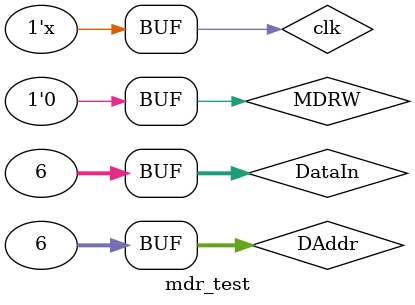
<source format=v>
`timescale 1ns / 1ps


module mdr_test;

	// Inputs
	reg clk;
	reg [31:0] DAddr;
	reg [31:0] DataIn;
	reg MDRW;

	// Outputs
	wire [31:0] DataOut;

	// Instantiate the Unit Under Test (UUT)
	MDR uut (
		.clk(clk), 
		.DAddr(DAddr), 
		.DataIn(DataIn), 
		.DataOut(DataOut), 
		.MDRW(MDRW)
	);

	initial begin
		// Initialize Inputs
		clk = 1;
		DAddr = 32'h00000006;
		DataIn = 32'h00000006;
		MDRW = 1;

		// Wait 100 ns for global reset to finish
		#100;
      DAddr = 32'h00000006;
		DataIn = 32'h00000006;
		MDRW = 0; 
		#100;
		// Add stimulus here

	end
		always #10 clk = ~clk;
      
endmodule


</source>
